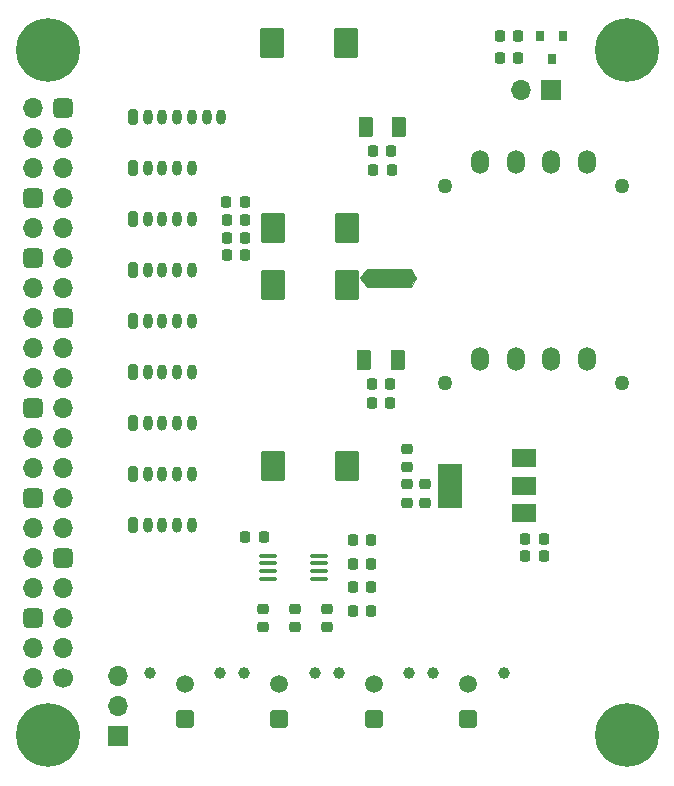
<source format=gbs>
G04 #@! TF.GenerationSoftware,KiCad,Pcbnew,6.0.5-a6ca702e91~116~ubuntu20.04.1*
G04 #@! TF.CreationDate,2022-05-10T22:13:07+02:00*
G04 #@! TF.ProjectId,rysboard,72797362-6f61-4726-942e-6b696361645f,4.2*
G04 #@! TF.SameCoordinates,Original*
G04 #@! TF.FileFunction,Soldermask,Bot*
G04 #@! TF.FilePolarity,Negative*
%FSLAX46Y46*%
G04 Gerber Fmt 4.6, Leading zero omitted, Abs format (unit mm)*
G04 Created by KiCad (PCBNEW 6.0.5-a6ca702e91~116~ubuntu20.04.1) date 2022-05-10 22:13:07*
%MOMM*%
%LPD*%
G01*
G04 APERTURE LIST*
G04 Aperture macros list*
%AMRoundRect*
0 Rectangle with rounded corners*
0 $1 Rounding radius*
0 $2 $3 $4 $5 $6 $7 $8 $9 X,Y pos of 4 corners*
0 Add a 4 corners polygon primitive as box body*
4,1,4,$2,$3,$4,$5,$6,$7,$8,$9,$2,$3,0*
0 Add four circle primitives for the rounded corners*
1,1,$1+$1,$2,$3*
1,1,$1+$1,$4,$5*
1,1,$1+$1,$6,$7*
1,1,$1+$1,$8,$9*
0 Add four rect primitives between the rounded corners*
20,1,$1+$1,$2,$3,$4,$5,0*
20,1,$1+$1,$4,$5,$6,$7,0*
20,1,$1+$1,$6,$7,$8,$9,0*
20,1,$1+$1,$8,$9,$2,$3,0*%
G04 Aperture macros list end*
%ADD10C,0.100000*%
%ADD11R,1.700000X1.700000*%
%ADD12O,1.700000X1.700000*%
%ADD13C,1.000000*%
%ADD14RoundRect,0.250001X0.499999X0.499999X-0.499999X0.499999X-0.499999X-0.499999X0.499999X-0.499999X0*%
%ADD15C,1.500000*%
%ADD16RoundRect,0.200000X-0.200000X-0.450000X0.200000X-0.450000X0.200000X0.450000X-0.200000X0.450000X0*%
%ADD17O,0.800000X1.300000*%
%ADD18C,1.270000*%
%ADD19O,1.500000X2.020000*%
%ADD20C,5.400000*%
%ADD21RoundRect,0.250000X0.787500X1.025000X-0.787500X1.025000X-0.787500X-1.025000X0.787500X-1.025000X0*%
%ADD22RoundRect,0.218750X-0.218750X-0.256250X0.218750X-0.256250X0.218750X0.256250X-0.218750X0.256250X0*%
%ADD23RoundRect,0.218750X0.256250X-0.218750X0.256250X0.218750X-0.256250X0.218750X-0.256250X-0.218750X0*%
%ADD24RoundRect,0.218750X0.218750X0.256250X-0.218750X0.256250X-0.218750X-0.256250X0.218750X-0.256250X0*%
%ADD25RoundRect,0.100000X0.625000X0.100000X-0.625000X0.100000X-0.625000X-0.100000X0.625000X-0.100000X0*%
%ADD26RoundRect,0.250000X-0.375000X-0.625000X0.375000X-0.625000X0.375000X0.625000X-0.375000X0.625000X0*%
%ADD27C,1.700000*%
%ADD28RoundRect,0.425000X-0.425000X-0.425000X0.425000X-0.425000X0.425000X0.425000X-0.425000X0.425000X0*%
%ADD29R,0.800000X0.900000*%
%ADD30R,2.000000X1.500000*%
%ADD31R,2.000000X3.800000*%
%ADD32RoundRect,0.225000X-0.250000X0.225000X-0.250000X-0.225000X0.250000X-0.225000X0.250000X0.225000X0*%
%ADD33RoundRect,0.225000X-0.225000X-0.250000X0.225000X-0.250000X0.225000X0.250000X-0.225000X0.250000X0*%
G04 APERTURE END LIST*
D10*
G36*
X110000000Y-88400000D02*
G01*
X109550000Y-89150000D01*
X105800000Y-89150000D01*
X105250000Y-88400000D01*
X105800000Y-87650000D01*
X109550000Y-87650000D01*
X110000000Y-88400000D01*
G37*
X110000000Y-88400000D02*
X109550000Y-89150000D01*
X105800000Y-89150000D01*
X105250000Y-88400000D01*
X105800000Y-87650000D01*
X109550000Y-87650000D01*
X110000000Y-88400000D01*
D11*
X84700000Y-127230000D03*
D12*
X84700000Y-124690000D03*
X84700000Y-122150000D03*
D13*
X103400000Y-121860000D03*
X109400000Y-121860000D03*
D14*
X106400000Y-125800000D03*
D15*
X106400000Y-122800000D03*
D13*
X93400000Y-121860000D03*
X87400000Y-121860000D03*
D14*
X90400000Y-125800000D03*
D15*
X90400000Y-122800000D03*
D16*
X85992000Y-96354000D03*
D17*
X87242000Y-96354000D03*
X88492000Y-96354000D03*
X89742000Y-96354000D03*
X90992000Y-96354000D03*
D16*
X85992000Y-92036000D03*
D17*
X87242000Y-92036000D03*
X88492000Y-92036000D03*
X89742000Y-92036000D03*
X90992000Y-92036000D03*
D16*
X85992000Y-87718000D03*
D17*
X87242000Y-87718000D03*
X88492000Y-87718000D03*
X89742000Y-87718000D03*
X90992000Y-87718000D03*
D16*
X85992000Y-104990000D03*
D17*
X87242000Y-104990000D03*
X88492000Y-104990000D03*
X89742000Y-104990000D03*
X90992000Y-104990000D03*
D16*
X85992000Y-83400000D03*
D17*
X87242000Y-83400000D03*
X88492000Y-83400000D03*
X89742000Y-83400000D03*
X90992000Y-83400000D03*
D16*
X85992000Y-79082000D03*
D17*
X87242000Y-79082000D03*
X88492000Y-79082000D03*
X89742000Y-79082000D03*
X90992000Y-79082000D03*
D18*
X112400000Y-80600000D03*
X127400000Y-80600000D03*
D19*
X124400000Y-78640000D03*
X121400000Y-78640000D03*
X118400000Y-78640000D03*
X115400000Y-78640000D03*
D18*
X112400000Y-97285000D03*
X127400000Y-97285000D03*
D19*
X124400000Y-95325000D03*
X121400000Y-95325000D03*
X118400000Y-95325000D03*
X115400000Y-95325000D03*
D13*
X111400000Y-121860000D03*
X117400000Y-121860000D03*
D14*
X114400000Y-125800000D03*
D15*
X114400000Y-122800000D03*
D20*
X78800000Y-127150000D03*
X78800000Y-69150000D03*
X127800000Y-69150000D03*
X127800000Y-127150000D03*
D16*
X85992000Y-109308000D03*
D17*
X87242000Y-109308000D03*
X88492000Y-109308000D03*
X89742000Y-109308000D03*
X90992000Y-109308000D03*
D16*
X85992000Y-100672000D03*
D17*
X87242000Y-100672000D03*
X88492000Y-100672000D03*
X89742000Y-100672000D03*
X90992000Y-100672000D03*
D13*
X95400000Y-121860000D03*
X101400000Y-121860000D03*
D14*
X98400000Y-125800000D03*
D15*
X98400000Y-122800000D03*
D16*
X85992000Y-74764000D03*
D17*
X87242000Y-74764000D03*
X88492000Y-74764000D03*
X89742000Y-74764000D03*
X90992000Y-74764000D03*
X92242000Y-74764000D03*
X93492000Y-74764000D03*
D11*
X121400000Y-72500000D03*
D12*
X118860000Y-72500000D03*
D21*
X104100000Y-104300000D03*
X97875000Y-104300000D03*
X104100000Y-89050000D03*
X97875000Y-89050000D03*
D22*
X106312500Y-79300000D03*
X107887500Y-79300000D03*
D23*
X109220000Y-104445000D03*
X109220000Y-102870000D03*
D22*
X93925000Y-86500000D03*
X95500000Y-86500000D03*
D24*
X106187500Y-110600000D03*
X104612500Y-110600000D03*
D23*
X99700000Y-117987500D03*
X99700000Y-116412500D03*
D24*
X106187500Y-112600000D03*
X104612500Y-112600000D03*
D23*
X102400000Y-117987500D03*
X102400000Y-116412500D03*
D24*
X106175000Y-114600000D03*
X104600000Y-114600000D03*
X106175000Y-116600000D03*
X104600000Y-116600000D03*
D22*
X93925000Y-85000000D03*
X95500000Y-85000000D03*
D25*
X101750000Y-111925000D03*
X101750000Y-112575000D03*
X101750000Y-113225000D03*
X101750000Y-113875000D03*
X97450000Y-113875000D03*
X97450000Y-113225000D03*
X97450000Y-112575000D03*
X97450000Y-111925000D03*
D23*
X97000000Y-117987500D03*
X97000000Y-116412500D03*
D21*
X104025000Y-68500000D03*
X97800000Y-68500000D03*
D26*
X105700000Y-75600000D03*
X108500000Y-75600000D03*
D22*
X106300000Y-77700000D03*
X107875000Y-77700000D03*
X106200000Y-99000000D03*
X107775000Y-99000000D03*
D26*
X105600000Y-95400000D03*
X108400000Y-95400000D03*
D22*
X106200000Y-97400000D03*
X107775000Y-97400000D03*
X93912500Y-82000000D03*
X95487500Y-82000000D03*
D21*
X104100000Y-84150000D03*
X97875000Y-84150000D03*
D22*
X93925000Y-83500000D03*
X95500000Y-83500000D03*
D27*
X80064500Y-122271100D03*
D12*
X77524500Y-122271100D03*
X80064500Y-119731100D03*
X77524500Y-119731100D03*
X80064500Y-117191100D03*
D28*
X77524500Y-117191100D03*
D12*
X80064500Y-114651100D03*
X77524500Y-114651100D03*
D28*
X80064500Y-112111100D03*
D12*
X77524500Y-112111100D03*
X80064500Y-109571100D03*
X77524500Y-109571100D03*
X80064500Y-107031100D03*
D28*
X77524500Y-107031100D03*
D12*
X80064500Y-104491100D03*
X77524500Y-104491100D03*
X80064500Y-101951100D03*
X77524500Y-101951100D03*
X80064500Y-99411100D03*
D28*
X77524500Y-99411100D03*
D12*
X80064500Y-96871100D03*
X77524500Y-96871100D03*
X80064500Y-94331100D03*
X77524500Y-94331100D03*
D28*
X80064500Y-91791100D03*
D12*
X77524500Y-91791100D03*
X80064500Y-89251100D03*
X77524500Y-89251100D03*
X80064500Y-86711100D03*
D28*
X77524500Y-86711100D03*
D12*
X80064500Y-84171100D03*
X77524500Y-84171100D03*
X80064500Y-81631100D03*
D28*
X77524500Y-81631100D03*
D12*
X80064500Y-79091100D03*
X77524500Y-79091100D03*
X80064500Y-76551100D03*
X77524500Y-76551100D03*
D28*
X80064500Y-74011100D03*
D12*
X77524500Y-74011100D03*
D24*
X97050000Y-110350000D03*
X95475000Y-110350000D03*
D22*
X117050000Y-69800000D03*
X118625000Y-69800000D03*
D29*
X120500000Y-67900000D03*
X122400000Y-67900000D03*
X121450000Y-69900000D03*
D22*
X117050000Y-67950000D03*
X118625000Y-67950000D03*
D30*
X119100000Y-103700000D03*
X119100000Y-106000000D03*
D31*
X112800000Y-106000000D03*
D30*
X119100000Y-108300000D03*
D32*
X109220000Y-105900000D03*
X109220000Y-107450000D03*
D33*
X119225000Y-110500000D03*
X120775000Y-110500000D03*
X119225000Y-112000000D03*
X120775000Y-112000000D03*
D32*
X110750000Y-105900000D03*
X110750000Y-107450000D03*
M02*

</source>
